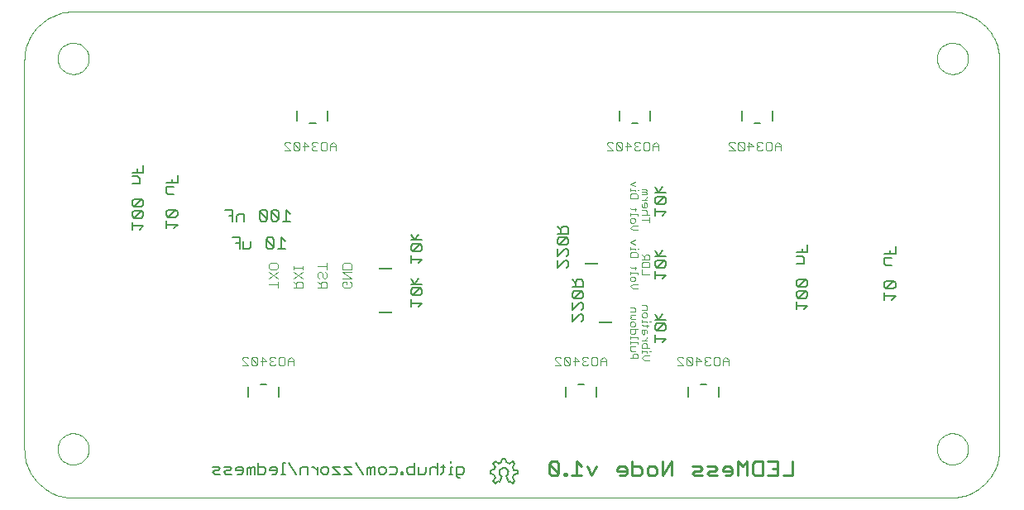
<source format=gbo>
G75*
%MOIN*%
%OFA0B0*%
%FSLAX24Y24*%
%IPPOS*%
%LPD*%
%AMOC8*
5,1,8,0,0,1.08239X$1,22.5*
%
%ADD10C,0.0000*%
%ADD11C,0.0030*%
%ADD12C,0.0090*%
%ADD13C,0.0050*%
%ADD14C,0.0040*%
%ADD15C,0.0060*%
%ADD16R,0.0551X0.0039*%
%ADD17R,0.0551X0.0079*%
%ADD18R,0.0039X0.0079*%
%ADD19C,0.0080*%
D10*
X002269Y000300D02*
X037623Y000300D01*
X037709Y000302D01*
X037795Y000307D01*
X037880Y000317D01*
X037965Y000330D01*
X038049Y000347D01*
X038133Y000367D01*
X038215Y000391D01*
X038296Y000419D01*
X038377Y000450D01*
X038455Y000484D01*
X038532Y000522D01*
X038608Y000564D01*
X038681Y000608D01*
X038752Y000656D01*
X038822Y000707D01*
X038889Y000761D01*
X038953Y000817D01*
X039015Y000877D01*
X039075Y000939D01*
X039131Y001003D01*
X039185Y001070D01*
X039236Y001140D01*
X039284Y001211D01*
X039328Y001284D01*
X039370Y001360D01*
X039408Y001437D01*
X039442Y001515D01*
X039473Y001596D01*
X039501Y001677D01*
X039525Y001759D01*
X039545Y001843D01*
X039562Y001927D01*
X039575Y002012D01*
X039585Y002097D01*
X039590Y002183D01*
X039592Y002269D01*
X039591Y002269D02*
X039591Y017938D01*
X037072Y018017D02*
X037074Y018067D01*
X037080Y018117D01*
X037090Y018166D01*
X037104Y018214D01*
X037121Y018261D01*
X037142Y018306D01*
X037167Y018350D01*
X037195Y018391D01*
X037227Y018430D01*
X037261Y018467D01*
X037298Y018501D01*
X037338Y018531D01*
X037380Y018558D01*
X037424Y018582D01*
X037470Y018603D01*
X037517Y018619D01*
X037565Y018632D01*
X037615Y018641D01*
X037664Y018646D01*
X037715Y018647D01*
X037765Y018644D01*
X037814Y018637D01*
X037863Y018626D01*
X037911Y018611D01*
X037957Y018593D01*
X038002Y018571D01*
X038045Y018545D01*
X038086Y018516D01*
X038125Y018484D01*
X038161Y018449D01*
X038193Y018411D01*
X038223Y018371D01*
X038250Y018328D01*
X038273Y018284D01*
X038292Y018238D01*
X038308Y018190D01*
X038320Y018141D01*
X038328Y018092D01*
X038332Y018042D01*
X038332Y017992D01*
X038328Y017942D01*
X038320Y017893D01*
X038308Y017844D01*
X038292Y017796D01*
X038273Y017750D01*
X038250Y017706D01*
X038223Y017663D01*
X038193Y017623D01*
X038161Y017585D01*
X038125Y017550D01*
X038086Y017518D01*
X038045Y017489D01*
X038002Y017463D01*
X037957Y017441D01*
X037911Y017423D01*
X037863Y017408D01*
X037814Y017397D01*
X037765Y017390D01*
X037715Y017387D01*
X037664Y017388D01*
X037615Y017393D01*
X037565Y017402D01*
X037517Y017415D01*
X037470Y017431D01*
X037424Y017452D01*
X037380Y017476D01*
X037338Y017503D01*
X037298Y017533D01*
X037261Y017567D01*
X037227Y017604D01*
X037195Y017643D01*
X037167Y017684D01*
X037142Y017728D01*
X037121Y017773D01*
X037104Y017820D01*
X037090Y017868D01*
X037080Y017917D01*
X037074Y017967D01*
X037072Y018017D01*
X037623Y019907D02*
X037709Y019905D01*
X037795Y019900D01*
X037880Y019890D01*
X037965Y019877D01*
X038049Y019860D01*
X038133Y019840D01*
X038215Y019816D01*
X038296Y019788D01*
X038377Y019757D01*
X038455Y019723D01*
X038532Y019685D01*
X038608Y019643D01*
X038681Y019599D01*
X038752Y019551D01*
X038822Y019500D01*
X038889Y019446D01*
X038953Y019390D01*
X039015Y019330D01*
X039075Y019268D01*
X039131Y019204D01*
X039185Y019137D01*
X039236Y019067D01*
X039284Y018996D01*
X039328Y018923D01*
X039370Y018847D01*
X039408Y018770D01*
X039442Y018692D01*
X039473Y018611D01*
X039501Y018530D01*
X039525Y018448D01*
X039545Y018364D01*
X039562Y018280D01*
X039575Y018195D01*
X039585Y018110D01*
X039590Y018024D01*
X039592Y017938D01*
X037623Y019906D02*
X002269Y019906D01*
X001639Y018017D02*
X001641Y018067D01*
X001647Y018117D01*
X001657Y018166D01*
X001671Y018214D01*
X001688Y018261D01*
X001709Y018306D01*
X001734Y018350D01*
X001762Y018391D01*
X001794Y018430D01*
X001828Y018467D01*
X001865Y018501D01*
X001905Y018531D01*
X001947Y018558D01*
X001991Y018582D01*
X002037Y018603D01*
X002084Y018619D01*
X002132Y018632D01*
X002182Y018641D01*
X002231Y018646D01*
X002282Y018647D01*
X002332Y018644D01*
X002381Y018637D01*
X002430Y018626D01*
X002478Y018611D01*
X002524Y018593D01*
X002569Y018571D01*
X002612Y018545D01*
X002653Y018516D01*
X002692Y018484D01*
X002728Y018449D01*
X002760Y018411D01*
X002790Y018371D01*
X002817Y018328D01*
X002840Y018284D01*
X002859Y018238D01*
X002875Y018190D01*
X002887Y018141D01*
X002895Y018092D01*
X002899Y018042D01*
X002899Y017992D01*
X002895Y017942D01*
X002887Y017893D01*
X002875Y017844D01*
X002859Y017796D01*
X002840Y017750D01*
X002817Y017706D01*
X002790Y017663D01*
X002760Y017623D01*
X002728Y017585D01*
X002692Y017550D01*
X002653Y017518D01*
X002612Y017489D01*
X002569Y017463D01*
X002524Y017441D01*
X002478Y017423D01*
X002430Y017408D01*
X002381Y017397D01*
X002332Y017390D01*
X002282Y017387D01*
X002231Y017388D01*
X002182Y017393D01*
X002132Y017402D01*
X002084Y017415D01*
X002037Y017431D01*
X001991Y017452D01*
X001947Y017476D01*
X001905Y017503D01*
X001865Y017533D01*
X001828Y017567D01*
X001794Y017604D01*
X001762Y017643D01*
X001734Y017684D01*
X001709Y017728D01*
X001688Y017773D01*
X001671Y017820D01*
X001657Y017868D01*
X001647Y017917D01*
X001641Y017967D01*
X001639Y018017D01*
X000300Y017938D02*
X000302Y018024D01*
X000307Y018110D01*
X000317Y018195D01*
X000330Y018280D01*
X000347Y018364D01*
X000367Y018448D01*
X000391Y018530D01*
X000419Y018611D01*
X000450Y018692D01*
X000484Y018770D01*
X000522Y018847D01*
X000564Y018923D01*
X000608Y018996D01*
X000656Y019067D01*
X000707Y019137D01*
X000761Y019204D01*
X000817Y019268D01*
X000877Y019330D01*
X000939Y019390D01*
X001003Y019446D01*
X001070Y019500D01*
X001140Y019551D01*
X001211Y019599D01*
X001285Y019643D01*
X001360Y019685D01*
X001437Y019723D01*
X001515Y019757D01*
X001596Y019788D01*
X001677Y019816D01*
X001759Y019840D01*
X001843Y019860D01*
X001927Y019877D01*
X002012Y019890D01*
X002097Y019900D01*
X002183Y019905D01*
X002269Y019907D01*
X000300Y017938D02*
X000300Y002269D01*
X001639Y002269D02*
X001641Y002319D01*
X001647Y002369D01*
X001657Y002418D01*
X001671Y002466D01*
X001688Y002513D01*
X001709Y002558D01*
X001734Y002602D01*
X001762Y002643D01*
X001794Y002682D01*
X001828Y002719D01*
X001865Y002753D01*
X001905Y002783D01*
X001947Y002810D01*
X001991Y002834D01*
X002037Y002855D01*
X002084Y002871D01*
X002132Y002884D01*
X002182Y002893D01*
X002231Y002898D01*
X002282Y002899D01*
X002332Y002896D01*
X002381Y002889D01*
X002430Y002878D01*
X002478Y002863D01*
X002524Y002845D01*
X002569Y002823D01*
X002612Y002797D01*
X002653Y002768D01*
X002692Y002736D01*
X002728Y002701D01*
X002760Y002663D01*
X002790Y002623D01*
X002817Y002580D01*
X002840Y002536D01*
X002859Y002490D01*
X002875Y002442D01*
X002887Y002393D01*
X002895Y002344D01*
X002899Y002294D01*
X002899Y002244D01*
X002895Y002194D01*
X002887Y002145D01*
X002875Y002096D01*
X002859Y002048D01*
X002840Y002002D01*
X002817Y001958D01*
X002790Y001915D01*
X002760Y001875D01*
X002728Y001837D01*
X002692Y001802D01*
X002653Y001770D01*
X002612Y001741D01*
X002569Y001715D01*
X002524Y001693D01*
X002478Y001675D01*
X002430Y001660D01*
X002381Y001649D01*
X002332Y001642D01*
X002282Y001639D01*
X002231Y001640D01*
X002182Y001645D01*
X002132Y001654D01*
X002084Y001667D01*
X002037Y001683D01*
X001991Y001704D01*
X001947Y001728D01*
X001905Y001755D01*
X001865Y001785D01*
X001828Y001819D01*
X001794Y001856D01*
X001762Y001895D01*
X001734Y001936D01*
X001709Y001980D01*
X001688Y002025D01*
X001671Y002072D01*
X001657Y002120D01*
X001647Y002169D01*
X001641Y002219D01*
X001639Y002269D01*
X000300Y002269D02*
X000302Y002183D01*
X000307Y002097D01*
X000317Y002012D01*
X000330Y001927D01*
X000347Y001843D01*
X000367Y001759D01*
X000391Y001677D01*
X000419Y001596D01*
X000450Y001515D01*
X000484Y001437D01*
X000522Y001360D01*
X000564Y001285D01*
X000608Y001211D01*
X000656Y001140D01*
X000707Y001070D01*
X000761Y001003D01*
X000817Y000939D01*
X000877Y000877D01*
X000939Y000817D01*
X001003Y000761D01*
X001070Y000707D01*
X001140Y000656D01*
X001211Y000608D01*
X001284Y000564D01*
X001360Y000522D01*
X001437Y000484D01*
X001515Y000450D01*
X001596Y000419D01*
X001677Y000391D01*
X001759Y000367D01*
X001843Y000347D01*
X001927Y000330D01*
X002012Y000317D01*
X002097Y000307D01*
X002183Y000302D01*
X002269Y000300D01*
X037072Y002269D02*
X037074Y002319D01*
X037080Y002369D01*
X037090Y002418D01*
X037104Y002466D01*
X037121Y002513D01*
X037142Y002558D01*
X037167Y002602D01*
X037195Y002643D01*
X037227Y002682D01*
X037261Y002719D01*
X037298Y002753D01*
X037338Y002783D01*
X037380Y002810D01*
X037424Y002834D01*
X037470Y002855D01*
X037517Y002871D01*
X037565Y002884D01*
X037615Y002893D01*
X037664Y002898D01*
X037715Y002899D01*
X037765Y002896D01*
X037814Y002889D01*
X037863Y002878D01*
X037911Y002863D01*
X037957Y002845D01*
X038002Y002823D01*
X038045Y002797D01*
X038086Y002768D01*
X038125Y002736D01*
X038161Y002701D01*
X038193Y002663D01*
X038223Y002623D01*
X038250Y002580D01*
X038273Y002536D01*
X038292Y002490D01*
X038308Y002442D01*
X038320Y002393D01*
X038328Y002344D01*
X038332Y002294D01*
X038332Y002244D01*
X038328Y002194D01*
X038320Y002145D01*
X038308Y002096D01*
X038292Y002048D01*
X038273Y002002D01*
X038250Y001958D01*
X038223Y001915D01*
X038193Y001875D01*
X038161Y001837D01*
X038125Y001802D01*
X038086Y001770D01*
X038045Y001741D01*
X038002Y001715D01*
X037957Y001693D01*
X037911Y001675D01*
X037863Y001660D01*
X037814Y001649D01*
X037765Y001642D01*
X037715Y001639D01*
X037664Y001640D01*
X037615Y001645D01*
X037565Y001654D01*
X037517Y001667D01*
X037470Y001683D01*
X037424Y001704D01*
X037380Y001728D01*
X037338Y001755D01*
X037298Y001785D01*
X037261Y001819D01*
X037227Y001856D01*
X037195Y001895D01*
X037167Y001936D01*
X037142Y001980D01*
X037121Y002025D01*
X037104Y002072D01*
X037090Y002120D01*
X037080Y002169D01*
X037074Y002219D01*
X037072Y002269D01*
D11*
X025488Y005854D02*
X025295Y005854D01*
X025198Y005951D01*
X025295Y006047D01*
X025488Y006047D01*
X025392Y006149D02*
X025392Y006197D01*
X025198Y006197D01*
X025198Y006149D02*
X025198Y006245D01*
X025198Y006345D02*
X025198Y006490D01*
X025247Y006538D01*
X025343Y006538D01*
X025392Y006490D01*
X025392Y006345D01*
X025488Y006345D02*
X025198Y006345D01*
X025008Y006517D02*
X025008Y006565D01*
X024718Y006565D01*
X024718Y006517D02*
X024718Y006614D01*
X024718Y006713D02*
X024718Y006810D01*
X024718Y006762D02*
X025008Y006762D01*
X025008Y006713D01*
X025198Y006640D02*
X025392Y006640D01*
X025392Y006736D02*
X025295Y006640D01*
X025392Y006736D02*
X025392Y006785D01*
X025392Y006934D02*
X025392Y007030D01*
X025343Y007079D01*
X025198Y007079D01*
X025198Y006934D01*
X025247Y006885D01*
X025295Y006934D01*
X025295Y007079D01*
X025392Y007180D02*
X025392Y007277D01*
X025440Y007228D02*
X025247Y007228D01*
X025198Y007277D01*
X025198Y007376D02*
X025198Y007473D01*
X025198Y007425D02*
X025392Y007425D01*
X025392Y007376D01*
X025488Y007425D02*
X025537Y007425D01*
X025343Y007573D02*
X025247Y007573D01*
X025198Y007621D01*
X025198Y007718D01*
X025247Y007766D01*
X025343Y007766D01*
X025392Y007718D01*
X025392Y007621D01*
X025343Y007573D01*
X025392Y007867D02*
X025392Y008012D01*
X025343Y008061D01*
X025198Y008061D01*
X025198Y007867D02*
X025392Y007867D01*
X024912Y007939D02*
X024863Y007987D01*
X024718Y007987D01*
X024718Y007794D02*
X024912Y007794D01*
X024912Y007939D01*
X024912Y007692D02*
X024767Y007692D01*
X024718Y007644D01*
X024767Y007596D01*
X024718Y007547D01*
X024767Y007499D01*
X024912Y007499D01*
X024863Y007398D02*
X024912Y007349D01*
X024912Y007253D01*
X024863Y007204D01*
X024767Y007204D01*
X024718Y007253D01*
X024718Y007349D01*
X024767Y007398D01*
X024863Y007398D01*
X024912Y007103D02*
X024912Y006958D01*
X024863Y006910D01*
X024767Y006910D01*
X024718Y006958D01*
X024718Y007103D01*
X025008Y007103D01*
X024912Y006416D02*
X024718Y006416D01*
X024718Y006271D01*
X024767Y006222D01*
X024912Y006222D01*
X024960Y006121D02*
X024863Y006121D01*
X024815Y006073D01*
X024815Y005928D01*
X024718Y005928D02*
X025008Y005928D01*
X025008Y006073D01*
X024960Y006121D01*
X025488Y006197D02*
X025537Y006197D01*
X025008Y008733D02*
X024815Y008733D01*
X024718Y008829D01*
X024815Y008926D01*
X025008Y008926D01*
X024863Y009027D02*
X024767Y009027D01*
X024718Y009076D01*
X024718Y009172D01*
X024767Y009221D01*
X024863Y009221D01*
X024912Y009172D01*
X024912Y009076D01*
X024863Y009027D01*
X024718Y009322D02*
X024718Y009419D01*
X024718Y009370D02*
X025008Y009370D01*
X025008Y009322D01*
X025198Y009322D02*
X025198Y009515D01*
X025198Y009616D02*
X025198Y009762D01*
X025247Y009810D01*
X025440Y009810D01*
X025488Y009762D01*
X025488Y009616D01*
X025198Y009616D01*
X024960Y009567D02*
X024767Y009567D01*
X024718Y009615D01*
X024912Y009615D02*
X024912Y009518D01*
X025198Y009322D02*
X025488Y009322D01*
X025488Y009911D02*
X025488Y010056D01*
X025440Y010105D01*
X025343Y010105D01*
X025295Y010056D01*
X025295Y009911D01*
X025198Y009911D02*
X025488Y009911D01*
X025295Y010008D02*
X025198Y010105D01*
X025008Y010154D02*
X025008Y010009D01*
X024718Y010009D01*
X024718Y010154D01*
X024767Y010203D01*
X024960Y010203D01*
X025008Y010154D01*
X024912Y010304D02*
X024912Y010352D01*
X024718Y010352D01*
X024718Y010304D02*
X024718Y010401D01*
X024718Y010597D02*
X024912Y010694D01*
X024912Y010500D02*
X024718Y010597D01*
X025008Y010352D02*
X025057Y010352D01*
X025008Y011095D02*
X024815Y011095D01*
X024718Y011191D01*
X024815Y011288D01*
X025008Y011288D01*
X024863Y011389D02*
X024767Y011389D01*
X024718Y011438D01*
X024718Y011535D01*
X024767Y011583D01*
X024863Y011583D01*
X024912Y011535D01*
X024912Y011438D01*
X024863Y011389D01*
X024718Y011684D02*
X024718Y011781D01*
X024718Y011732D02*
X025008Y011732D01*
X025008Y011684D01*
X025198Y011709D02*
X025488Y011709D01*
X025488Y011607D02*
X025488Y011414D01*
X025488Y011511D02*
X025198Y011511D01*
X025343Y011709D02*
X025392Y011757D01*
X025392Y011854D01*
X025343Y011902D01*
X025198Y011902D01*
X025247Y012003D02*
X025343Y012003D01*
X025392Y012052D01*
X025392Y012148D01*
X025343Y012197D01*
X025295Y012197D01*
X025295Y012003D01*
X025247Y012003D02*
X025198Y012052D01*
X025198Y012148D01*
X025198Y012298D02*
X025392Y012298D01*
X025295Y012298D02*
X025392Y012395D01*
X025392Y012443D01*
X025392Y012543D02*
X025392Y012592D01*
X025343Y012640D01*
X025392Y012689D01*
X025343Y012737D01*
X025198Y012737D01*
X025198Y012640D02*
X025343Y012640D01*
X025392Y012543D02*
X025198Y012543D01*
X025008Y012517D02*
X025008Y012372D01*
X024718Y012372D01*
X024718Y012517D01*
X024767Y012565D01*
X024960Y012565D01*
X025008Y012517D01*
X024912Y012666D02*
X024912Y012715D01*
X024718Y012715D01*
X024718Y012763D02*
X024718Y012666D01*
X024912Y012863D02*
X024718Y012959D01*
X024912Y013056D01*
X025008Y012715D02*
X025057Y012715D01*
X024912Y011977D02*
X024912Y011880D01*
X024960Y011929D02*
X024767Y011929D01*
X024718Y011977D01*
D12*
X024795Y001767D02*
X024795Y001196D01*
X025081Y001196D01*
X025176Y001291D01*
X025176Y001481D01*
X025081Y001576D01*
X024795Y001576D01*
X024568Y001481D02*
X024568Y001291D01*
X024473Y001196D01*
X024283Y001196D01*
X024188Y001386D02*
X024568Y001386D01*
X024568Y001481D02*
X024473Y001576D01*
X024283Y001576D01*
X024188Y001481D01*
X024188Y001386D01*
X023353Y001576D02*
X023162Y001196D01*
X022972Y001576D01*
X022745Y001576D02*
X022555Y001767D01*
X022555Y001196D01*
X022745Y001196D02*
X022365Y001196D01*
X022137Y001196D02*
X022042Y001196D01*
X022042Y001291D01*
X022137Y001291D01*
X022137Y001196D01*
X021833Y001291D02*
X021453Y001672D01*
X021453Y001291D01*
X021548Y001196D01*
X021738Y001196D01*
X021833Y001291D01*
X021833Y001672D01*
X021738Y001767D01*
X021548Y001767D01*
X021453Y001672D01*
X025403Y001481D02*
X025403Y001291D01*
X025498Y001196D01*
X025688Y001196D01*
X025783Y001291D01*
X025783Y001481D01*
X025688Y001576D01*
X025498Y001576D01*
X025403Y001481D01*
X026011Y001196D02*
X026011Y001767D01*
X026391Y001767D02*
X026011Y001196D01*
X026391Y001196D02*
X026391Y001767D01*
X027226Y001576D02*
X027512Y001576D01*
X027607Y001481D01*
X027512Y001386D01*
X027321Y001386D01*
X027226Y001291D01*
X027321Y001196D01*
X027607Y001196D01*
X027834Y001291D02*
X027929Y001196D01*
X028214Y001196D01*
X028119Y001386D02*
X027929Y001386D01*
X027834Y001291D01*
X027834Y001576D02*
X028119Y001576D01*
X028214Y001481D01*
X028119Y001386D01*
X028442Y001386D02*
X028442Y001481D01*
X028537Y001576D01*
X028727Y001576D01*
X028822Y001481D01*
X028822Y001291D01*
X028727Y001196D01*
X028537Y001196D01*
X028442Y001386D02*
X028822Y001386D01*
X029049Y001196D02*
X029049Y001767D01*
X029240Y001576D01*
X029430Y001767D01*
X029430Y001196D01*
X029657Y001291D02*
X029657Y001672D01*
X029752Y001767D01*
X030037Y001767D01*
X030037Y001196D01*
X029752Y001196D01*
X029657Y001291D01*
X030265Y001196D02*
X030645Y001196D01*
X030645Y001767D01*
X030265Y001767D01*
X030455Y001481D02*
X030645Y001481D01*
X030873Y001196D02*
X031253Y001196D01*
X031253Y001767D01*
D13*
X026153Y006721D02*
X026003Y006571D01*
X026153Y006721D02*
X025703Y006721D01*
X025703Y006571D02*
X025703Y006871D01*
X025778Y007031D02*
X026078Y007332D01*
X025778Y007332D01*
X025703Y007257D01*
X025703Y007107D01*
X025778Y007031D01*
X026078Y007031D01*
X026153Y007107D01*
X026153Y007257D01*
X026078Y007332D01*
X026153Y007492D02*
X025703Y007492D01*
X025853Y007492D02*
X026003Y007717D01*
X025853Y007492D02*
X025703Y007717D01*
X025703Y009130D02*
X025703Y009430D01*
X025703Y009280D02*
X026153Y009280D01*
X026003Y009130D01*
X026078Y009591D02*
X025778Y009591D01*
X026078Y009891D01*
X025778Y009891D01*
X025703Y009816D01*
X025703Y009666D01*
X025778Y009591D01*
X026078Y009591D02*
X026153Y009666D01*
X026153Y009816D01*
X026078Y009891D01*
X026153Y010051D02*
X025703Y010051D01*
X025853Y010051D02*
X026003Y010276D01*
X025853Y010051D02*
X025703Y010276D01*
X025703Y011689D02*
X025703Y011989D01*
X025703Y011839D02*
X026153Y011839D01*
X026003Y011689D01*
X026078Y012150D02*
X025778Y012150D01*
X026078Y012450D01*
X025778Y012450D01*
X025703Y012375D01*
X025703Y012225D01*
X025778Y012150D01*
X026078Y012150D02*
X026153Y012225D01*
X026153Y012375D01*
X026078Y012450D01*
X026153Y012610D02*
X025703Y012610D01*
X025853Y012610D02*
X026003Y012835D01*
X025853Y012610D02*
X025703Y012835D01*
X022232Y011183D02*
X022232Y010958D01*
X021782Y010958D01*
X021932Y010958D02*
X021932Y011183D01*
X022007Y011258D01*
X022157Y011258D01*
X022232Y011183D01*
X021932Y011108D02*
X021782Y011258D01*
X021857Y010798D02*
X021782Y010723D01*
X021782Y010573D01*
X021857Y010498D01*
X022157Y010798D01*
X021857Y010798D01*
X022157Y010798D02*
X022232Y010723D01*
X022232Y010573D01*
X022157Y010498D01*
X021857Y010498D01*
X021782Y010338D02*
X021782Y010037D01*
X022082Y010338D01*
X022157Y010338D01*
X022232Y010263D01*
X022232Y010112D01*
X022157Y010037D01*
X022157Y009877D02*
X022232Y009802D01*
X022232Y009652D01*
X022157Y009577D01*
X022157Y009877D02*
X022082Y009877D01*
X021782Y009577D01*
X021782Y009877D01*
X022372Y009093D02*
X022522Y008943D01*
X022522Y009018D02*
X022522Y008793D01*
X022372Y008793D02*
X022823Y008793D01*
X022823Y009018D01*
X022748Y009093D01*
X022597Y009093D01*
X022522Y009018D01*
X022447Y008633D02*
X022372Y008558D01*
X022372Y008407D01*
X022447Y008332D01*
X022748Y008633D01*
X022447Y008633D01*
X022748Y008633D02*
X022823Y008558D01*
X022823Y008407D01*
X022748Y008332D01*
X022447Y008332D01*
X022372Y008172D02*
X022372Y007872D01*
X022673Y008172D01*
X022748Y008172D01*
X022823Y008097D01*
X022823Y007947D01*
X022748Y007872D01*
X022748Y007712D02*
X022823Y007637D01*
X022823Y007487D01*
X022748Y007412D01*
X022673Y007712D02*
X022372Y007412D01*
X022372Y007712D01*
X022673Y007712D02*
X022748Y007712D01*
X016327Y008152D02*
X016176Y008002D01*
X016327Y008152D02*
X015876Y008152D01*
X015876Y008002D02*
X015876Y008302D01*
X015951Y008463D02*
X016252Y008763D01*
X015951Y008763D01*
X015876Y008688D01*
X015876Y008538D01*
X015951Y008463D01*
X016252Y008463D01*
X016327Y008538D01*
X016327Y008688D01*
X016252Y008763D01*
X016327Y008923D02*
X015876Y008923D01*
X016026Y008923D02*
X016176Y009148D01*
X016026Y008923D02*
X015876Y009148D01*
X015876Y009774D02*
X015876Y010074D01*
X015876Y009924D02*
X016327Y009924D01*
X016176Y009774D01*
X016252Y010234D02*
X015951Y010234D01*
X016252Y010534D01*
X015951Y010534D01*
X015876Y010459D01*
X015876Y010309D01*
X015951Y010234D01*
X016252Y010234D02*
X016327Y010309D01*
X016327Y010459D01*
X016252Y010534D01*
X016327Y010695D02*
X015876Y010695D01*
X016026Y010695D02*
X015876Y010920D01*
X016026Y010695D02*
X016176Y010920D01*
X011002Y011455D02*
X010702Y011455D01*
X010852Y011455D02*
X010852Y011905D01*
X011002Y011755D01*
X010542Y011830D02*
X010542Y011530D01*
X010241Y011830D01*
X010241Y011530D01*
X010316Y011455D01*
X010466Y011455D01*
X010542Y011530D01*
X010081Y011530D02*
X009781Y011830D01*
X009781Y011530D01*
X009856Y011455D01*
X010006Y011455D01*
X010081Y011530D01*
X010081Y011830D01*
X010006Y011905D01*
X009856Y011905D01*
X009781Y011830D01*
X010241Y011830D02*
X010316Y011905D01*
X010466Y011905D01*
X010542Y011830D01*
X009160Y011755D02*
X009160Y011455D01*
X008860Y011455D02*
X008860Y011680D01*
X008935Y011755D01*
X009160Y011755D01*
X008700Y011680D02*
X008550Y011680D01*
X008700Y011455D02*
X008700Y011905D01*
X008400Y011905D01*
X008673Y010799D02*
X008973Y010799D01*
X008973Y010349D01*
X009133Y010349D02*
X009133Y010649D01*
X008973Y010574D02*
X008823Y010574D01*
X009133Y010349D02*
X009358Y010349D01*
X009433Y010424D01*
X009433Y010649D01*
X010054Y010724D02*
X010354Y010424D01*
X010279Y010349D01*
X010129Y010349D01*
X010054Y010424D01*
X010054Y010724D01*
X010129Y010799D01*
X010279Y010799D01*
X010354Y010724D01*
X010354Y010424D01*
X010514Y010349D02*
X010814Y010349D01*
X010664Y010349D02*
X010664Y010799D01*
X010814Y010649D01*
X006468Y011314D02*
X006018Y011314D01*
X006018Y011164D02*
X006018Y011464D01*
X006093Y011624D02*
X006393Y011924D01*
X006093Y011924D01*
X006018Y011849D01*
X006018Y011699D01*
X006093Y011624D01*
X006393Y011624D01*
X006468Y011699D01*
X006468Y011849D01*
X006393Y011924D01*
X006468Y011314D02*
X006318Y011164D01*
X005090Y011274D02*
X004940Y011124D01*
X005090Y011274D02*
X004640Y011274D01*
X004640Y011124D02*
X004640Y011424D01*
X004715Y011585D02*
X005015Y011885D01*
X004715Y011885D01*
X004640Y011810D01*
X004640Y011660D01*
X004715Y011585D01*
X005015Y011585D01*
X005090Y011660D01*
X005090Y011810D01*
X005015Y011885D01*
X005015Y012045D02*
X004715Y012045D01*
X005015Y012345D01*
X004715Y012345D01*
X004640Y012270D01*
X004640Y012120D01*
X004715Y012045D01*
X005015Y012045D02*
X005090Y012120D01*
X005090Y012270D01*
X005015Y012345D01*
X004940Y012966D02*
X004640Y012966D01*
X004940Y012966D02*
X004940Y013191D01*
X004865Y013266D01*
X004640Y013266D01*
X004640Y013426D02*
X005090Y013426D01*
X005090Y013726D01*
X004865Y013576D02*
X004865Y013426D01*
X006018Y013005D02*
X006468Y013005D01*
X006468Y013305D01*
X006243Y013155D02*
X006243Y013005D01*
X006318Y012845D02*
X006018Y012845D01*
X006018Y012620D01*
X006093Y012545D01*
X006318Y012545D01*
X009734Y001706D02*
X009734Y001256D01*
X009959Y001256D01*
X010034Y001331D01*
X010034Y001481D01*
X009959Y001556D01*
X009734Y001556D01*
X009574Y001556D02*
X009574Y001256D01*
X009424Y001256D02*
X009424Y001481D01*
X009349Y001556D01*
X009274Y001481D01*
X009274Y001256D01*
X009114Y001331D02*
X009114Y001481D01*
X009039Y001556D01*
X008888Y001556D01*
X008813Y001481D01*
X008813Y001406D01*
X009114Y001406D01*
X009114Y001331D02*
X009039Y001256D01*
X008888Y001256D01*
X008653Y001256D02*
X008428Y001256D01*
X008353Y001331D01*
X008428Y001406D01*
X008578Y001406D01*
X008653Y001481D01*
X008578Y001556D01*
X008353Y001556D01*
X008193Y001481D02*
X008118Y001556D01*
X007893Y001556D01*
X007968Y001406D02*
X008118Y001406D01*
X008193Y001481D01*
X008193Y001256D02*
X007968Y001256D01*
X007893Y001331D01*
X007968Y001406D01*
X009424Y001481D02*
X009499Y001556D01*
X009574Y001556D01*
X010194Y001481D02*
X010194Y001406D01*
X010495Y001406D01*
X010495Y001331D02*
X010495Y001481D01*
X010420Y001556D01*
X010270Y001556D01*
X010194Y001481D01*
X010270Y001256D02*
X010420Y001256D01*
X010495Y001331D01*
X010652Y001256D02*
X010802Y001256D01*
X010727Y001256D02*
X010727Y001706D01*
X010802Y001706D01*
X010962Y001706D02*
X011262Y001256D01*
X011422Y001256D02*
X011422Y001481D01*
X011497Y001556D01*
X011722Y001556D01*
X011722Y001256D01*
X011881Y001556D02*
X011956Y001556D01*
X012106Y001406D01*
X012106Y001256D02*
X012106Y001556D01*
X012266Y001481D02*
X012341Y001556D01*
X012491Y001556D01*
X012567Y001481D01*
X012567Y001331D01*
X012491Y001256D01*
X012341Y001256D01*
X012266Y001331D01*
X012266Y001481D01*
X012727Y001556D02*
X013027Y001256D01*
X012727Y001256D01*
X012727Y001556D02*
X013027Y001556D01*
X013187Y001556D02*
X013487Y001256D01*
X013187Y001256D01*
X013187Y001556D02*
X013487Y001556D01*
X013647Y001706D02*
X013948Y001256D01*
X014108Y001256D02*
X014108Y001481D01*
X014183Y001556D01*
X014258Y001481D01*
X014258Y001256D01*
X014408Y001256D02*
X014408Y001556D01*
X014333Y001556D01*
X014258Y001481D01*
X014568Y001481D02*
X014568Y001331D01*
X014643Y001256D01*
X014793Y001256D01*
X014868Y001331D01*
X014868Y001481D01*
X014793Y001556D01*
X014643Y001556D01*
X014568Y001481D01*
X015029Y001556D02*
X015254Y001556D01*
X015329Y001481D01*
X015329Y001331D01*
X015254Y001256D01*
X015029Y001256D01*
X015484Y001256D02*
X015559Y001256D01*
X015559Y001331D01*
X015484Y001331D01*
X015484Y001256D01*
X015719Y001331D02*
X015719Y001481D01*
X015794Y001556D01*
X016019Y001556D01*
X016019Y001706D02*
X016019Y001256D01*
X015794Y001256D01*
X015719Y001331D01*
X016180Y001256D02*
X016180Y001556D01*
X016480Y001556D02*
X016480Y001331D01*
X016405Y001256D01*
X016180Y001256D01*
X016640Y001256D02*
X016640Y001481D01*
X016715Y001556D01*
X016865Y001556D01*
X016940Y001481D01*
X017097Y001556D02*
X017247Y001556D01*
X017172Y001631D02*
X017172Y001331D01*
X017097Y001256D01*
X016940Y001256D02*
X016940Y001706D01*
X017479Y001706D02*
X017479Y001782D01*
X017479Y001556D02*
X017479Y001256D01*
X017554Y001256D02*
X017404Y001256D01*
X017479Y001556D02*
X017554Y001556D01*
X017714Y001556D02*
X017939Y001556D01*
X018014Y001481D01*
X018014Y001331D01*
X017939Y001256D01*
X017714Y001256D01*
X017714Y001181D02*
X017714Y001556D01*
X017714Y001181D02*
X017789Y001106D01*
X017864Y001106D01*
X031412Y007896D02*
X031412Y008196D01*
X031412Y008046D02*
X031862Y008046D01*
X031712Y007896D01*
X031787Y008356D02*
X031487Y008356D01*
X031787Y008657D01*
X031487Y008657D01*
X031412Y008581D01*
X031412Y008431D01*
X031487Y008356D01*
X031787Y008356D02*
X031862Y008431D01*
X031862Y008581D01*
X031787Y008657D01*
X031787Y008817D02*
X031487Y008817D01*
X031787Y009117D01*
X031487Y009117D01*
X031412Y009042D01*
X031412Y008892D01*
X031487Y008817D01*
X031787Y008817D02*
X031862Y008892D01*
X031862Y009042D01*
X031787Y009117D01*
X031712Y009737D02*
X031412Y009737D01*
X031712Y009737D02*
X031712Y009963D01*
X031637Y010038D01*
X031412Y010038D01*
X031412Y010198D02*
X031862Y010198D01*
X031862Y010498D01*
X031637Y010348D02*
X031637Y010198D01*
X034955Y010131D02*
X035405Y010131D01*
X035405Y010431D01*
X035180Y010281D02*
X035180Y010131D01*
X035255Y009971D02*
X034955Y009971D01*
X034955Y009746D01*
X035030Y009671D01*
X035255Y009671D01*
X035330Y009050D02*
X035030Y009050D01*
X034955Y008975D01*
X034955Y008825D01*
X035030Y008750D01*
X035330Y009050D01*
X035405Y008975D01*
X035405Y008825D01*
X035330Y008750D01*
X035030Y008750D01*
X034955Y008590D02*
X034955Y008290D01*
X034955Y008440D02*
X035405Y008440D01*
X035255Y008290D01*
D14*
X028684Y005872D02*
X028684Y005632D01*
X028684Y005812D02*
X028443Y005812D01*
X028443Y005872D02*
X028443Y005632D01*
X028315Y005692D02*
X028255Y005632D01*
X028135Y005632D01*
X028075Y005692D01*
X028075Y005932D01*
X028135Y005992D01*
X028255Y005992D01*
X028315Y005932D01*
X028315Y005692D01*
X028443Y005872D02*
X028563Y005992D01*
X028684Y005872D01*
X027947Y005932D02*
X027887Y005992D01*
X027767Y005992D01*
X027707Y005932D01*
X027707Y005872D01*
X027767Y005812D01*
X027707Y005752D01*
X027707Y005692D01*
X027767Y005632D01*
X027887Y005632D01*
X027947Y005692D01*
X027827Y005812D02*
X027767Y005812D01*
X027579Y005812D02*
X027398Y005992D01*
X027398Y005632D01*
X027338Y005812D02*
X027579Y005812D01*
X027210Y005692D02*
X027210Y005932D01*
X027150Y005992D01*
X027030Y005992D01*
X026970Y005932D01*
X027210Y005692D01*
X027150Y005632D01*
X027030Y005632D01*
X026970Y005692D01*
X026970Y005932D01*
X026842Y005932D02*
X026782Y005992D01*
X026662Y005992D01*
X026602Y005932D01*
X026602Y005872D01*
X026842Y005632D01*
X026602Y005632D01*
X023762Y005632D02*
X023762Y005872D01*
X023642Y005992D01*
X023522Y005872D01*
X023522Y005632D01*
X023394Y005692D02*
X023334Y005632D01*
X023214Y005632D01*
X023154Y005692D01*
X023154Y005932D01*
X023214Y005992D01*
X023334Y005992D01*
X023394Y005932D01*
X023394Y005692D01*
X023522Y005812D02*
X023762Y005812D01*
X023026Y005932D02*
X022966Y005992D01*
X022846Y005992D01*
X022785Y005932D01*
X022785Y005872D01*
X022846Y005812D01*
X022785Y005752D01*
X022785Y005692D01*
X022846Y005632D01*
X022966Y005632D01*
X023026Y005692D01*
X022906Y005812D02*
X022846Y005812D01*
X022657Y005812D02*
X022477Y005992D01*
X022477Y005632D01*
X022417Y005812D02*
X022657Y005812D01*
X022289Y005932D02*
X022229Y005992D01*
X022109Y005992D01*
X022049Y005932D01*
X022289Y005692D01*
X022229Y005632D01*
X022109Y005632D01*
X022049Y005692D01*
X022049Y005932D01*
X021921Y005932D02*
X021861Y005992D01*
X021741Y005992D01*
X021681Y005932D01*
X021681Y005872D01*
X021921Y005632D01*
X021681Y005632D01*
X022289Y005692D02*
X022289Y005932D01*
X013476Y008845D02*
X013416Y008785D01*
X013175Y008785D01*
X013115Y008845D01*
X013115Y008965D01*
X013175Y009025D01*
X013295Y009025D01*
X013295Y008905D01*
X013416Y009025D02*
X013476Y008965D01*
X013476Y008845D01*
X013476Y009153D02*
X013115Y009153D01*
X013115Y009393D02*
X013476Y009393D01*
X013476Y009521D02*
X013476Y009701D01*
X013416Y009761D01*
X013175Y009761D01*
X013115Y009701D01*
X013115Y009521D01*
X013476Y009521D01*
X013476Y009153D02*
X013115Y009393D01*
X012491Y009333D02*
X012491Y009213D01*
X012431Y009153D01*
X012371Y009153D01*
X012311Y009213D01*
X012311Y009333D01*
X012251Y009393D01*
X012191Y009393D01*
X012131Y009333D01*
X012131Y009213D01*
X012191Y009153D01*
X012131Y009025D02*
X012251Y008905D01*
X012251Y008965D02*
X012251Y008785D01*
X012131Y008785D02*
X012491Y008785D01*
X012491Y008965D01*
X012431Y009025D01*
X012311Y009025D01*
X012251Y008965D01*
X012491Y009333D02*
X012431Y009393D01*
X012491Y009521D02*
X012491Y009761D01*
X012491Y009641D02*
X012131Y009641D01*
X011507Y009641D02*
X011507Y009521D01*
X011507Y009581D02*
X011147Y009581D01*
X011147Y009521D02*
X011147Y009641D01*
X011147Y009393D02*
X011507Y009153D01*
X011447Y009025D02*
X011327Y009025D01*
X011267Y008965D01*
X011267Y008785D01*
X011267Y008905D02*
X011147Y009025D01*
X011147Y009153D02*
X011507Y009393D01*
X011447Y009025D02*
X011507Y008965D01*
X011507Y008785D01*
X011147Y008785D01*
X010523Y008785D02*
X010523Y009025D01*
X010523Y008905D02*
X010163Y008905D01*
X010163Y009153D02*
X010523Y009393D01*
X010463Y009521D02*
X010223Y009521D01*
X010163Y009581D01*
X010163Y009701D01*
X010223Y009761D01*
X010463Y009761D01*
X010523Y009701D01*
X010523Y009581D01*
X010463Y009521D01*
X010163Y009393D02*
X010523Y009153D01*
X010615Y005992D02*
X010555Y005932D01*
X010555Y005692D01*
X010615Y005632D01*
X010736Y005632D01*
X010796Y005692D01*
X010796Y005932D01*
X010736Y005992D01*
X010615Y005992D01*
X010427Y005932D02*
X010367Y005992D01*
X010247Y005992D01*
X010187Y005932D01*
X010187Y005872D01*
X010247Y005812D01*
X010187Y005752D01*
X010187Y005692D01*
X010247Y005632D01*
X010367Y005632D01*
X010427Y005692D01*
X010307Y005812D02*
X010247Y005812D01*
X010059Y005812D02*
X009819Y005812D01*
X009691Y005692D02*
X009691Y005932D01*
X009631Y005992D01*
X009510Y005992D01*
X009450Y005932D01*
X009691Y005692D01*
X009631Y005632D01*
X009510Y005632D01*
X009450Y005692D01*
X009450Y005932D01*
X009322Y005932D02*
X009262Y005992D01*
X009142Y005992D01*
X009082Y005932D01*
X009082Y005872D01*
X009322Y005632D01*
X009082Y005632D01*
X009879Y005632D02*
X009879Y005992D01*
X010059Y005812D01*
X010924Y005812D02*
X011164Y005812D01*
X011164Y005872D02*
X011044Y005992D01*
X010924Y005872D01*
X010924Y005632D01*
X011164Y005632D02*
X011164Y005872D01*
X011212Y014293D02*
X011152Y014353D01*
X011152Y014593D01*
X011393Y014353D01*
X011333Y014293D01*
X011212Y014293D01*
X011024Y014293D02*
X010784Y014533D01*
X010784Y014593D01*
X010844Y014654D01*
X010964Y014654D01*
X011024Y014593D01*
X011152Y014593D02*
X011212Y014654D01*
X011333Y014654D01*
X011393Y014593D01*
X011393Y014353D01*
X011521Y014473D02*
X011761Y014473D01*
X011581Y014654D01*
X011581Y014293D01*
X011889Y014353D02*
X011889Y014413D01*
X011949Y014473D01*
X012009Y014473D01*
X011949Y014473D02*
X011889Y014533D01*
X011889Y014593D01*
X011949Y014654D01*
X012069Y014654D01*
X012129Y014593D01*
X012257Y014593D02*
X012317Y014654D01*
X012437Y014654D01*
X012498Y014593D01*
X012498Y014353D01*
X012437Y014293D01*
X012317Y014293D01*
X012257Y014353D01*
X012257Y014593D01*
X012129Y014353D02*
X012069Y014293D01*
X011949Y014293D01*
X011889Y014353D01*
X012626Y014293D02*
X012626Y014533D01*
X012746Y014654D01*
X012866Y014533D01*
X012866Y014293D01*
X012866Y014473D02*
X012626Y014473D01*
X011024Y014293D02*
X010784Y014293D01*
X023776Y014293D02*
X024016Y014293D01*
X023776Y014533D01*
X023776Y014593D01*
X023836Y014654D01*
X023956Y014654D01*
X024016Y014593D01*
X024144Y014593D02*
X024385Y014353D01*
X024325Y014293D01*
X024205Y014293D01*
X024144Y014353D01*
X024144Y014593D01*
X024205Y014654D01*
X024325Y014654D01*
X024385Y014593D01*
X024385Y014353D01*
X024513Y014473D02*
X024753Y014473D01*
X024573Y014654D01*
X024573Y014293D01*
X024881Y014353D02*
X024881Y014413D01*
X024941Y014473D01*
X025001Y014473D01*
X024941Y014473D02*
X024881Y014533D01*
X024881Y014593D01*
X024941Y014654D01*
X025061Y014654D01*
X025121Y014593D01*
X025249Y014593D02*
X025249Y014353D01*
X025309Y014293D01*
X025430Y014293D01*
X025490Y014353D01*
X025490Y014593D01*
X025430Y014654D01*
X025309Y014654D01*
X025249Y014593D01*
X025121Y014353D02*
X025061Y014293D01*
X024941Y014293D01*
X024881Y014353D01*
X025618Y014293D02*
X025618Y014533D01*
X025738Y014654D01*
X025858Y014533D01*
X025858Y014293D01*
X025858Y014473D02*
X025618Y014473D01*
X028697Y014533D02*
X028697Y014593D01*
X028757Y014654D01*
X028878Y014654D01*
X028938Y014593D01*
X029066Y014593D02*
X029306Y014353D01*
X029246Y014293D01*
X029126Y014293D01*
X029066Y014353D01*
X029066Y014593D01*
X029126Y014654D01*
X029246Y014654D01*
X029306Y014593D01*
X029306Y014353D01*
X029434Y014473D02*
X029674Y014473D01*
X029494Y014654D01*
X029494Y014293D01*
X029802Y014353D02*
X029802Y014413D01*
X029862Y014473D01*
X029922Y014473D01*
X029862Y014473D02*
X029802Y014533D01*
X029802Y014593D01*
X029862Y014654D01*
X029983Y014654D01*
X030043Y014593D01*
X030171Y014593D02*
X030231Y014654D01*
X030351Y014654D01*
X030411Y014593D01*
X030411Y014353D01*
X030351Y014293D01*
X030231Y014293D01*
X030171Y014353D01*
X030171Y014593D01*
X030043Y014353D02*
X029983Y014293D01*
X029862Y014293D01*
X029802Y014353D01*
X030539Y014293D02*
X030539Y014533D01*
X030659Y014654D01*
X030779Y014533D01*
X030779Y014293D01*
X030779Y014473D02*
X030539Y014473D01*
X028938Y014293D02*
X028697Y014533D01*
X028697Y014293D02*
X028938Y014293D01*
D15*
X029711Y015394D02*
X029949Y015394D01*
X029209Y015497D02*
X029209Y015914D01*
X030447Y015914D02*
X030447Y015497D01*
X025525Y015497D02*
X025525Y015914D01*
X025028Y015394D02*
X024790Y015394D01*
X024287Y015497D02*
X024287Y015914D01*
X012533Y015914D02*
X012533Y015497D01*
X012036Y015394D02*
X011798Y015394D01*
X011295Y015497D02*
X011295Y015914D01*
X010062Y004891D02*
X009824Y004891D01*
X009327Y004788D02*
X009327Y004371D01*
X010565Y004371D02*
X010565Y004788D01*
X022122Y004788D02*
X022122Y004371D01*
X022619Y004891D02*
X022857Y004891D01*
X023360Y004788D02*
X023360Y004371D01*
X027043Y004371D02*
X027043Y004788D01*
X027540Y004891D02*
X027779Y004891D01*
X028281Y004788D02*
X028281Y004371D01*
D16*
X023725Y008902D03*
X023135Y011265D03*
X014867Y011068D03*
X014867Y009296D03*
D17*
X014867Y009552D03*
X014867Y007780D03*
X023135Y009749D03*
X023725Y007387D03*
D18*
X023469Y007426D03*
X023981Y007426D03*
X023391Y009788D03*
X022879Y009788D03*
X015123Y009591D03*
X014611Y009591D03*
X014611Y007820D03*
X015123Y007820D03*
D19*
X019562Y001891D02*
X019532Y001731D01*
X019412Y001681D01*
X019272Y001771D01*
X019182Y001681D01*
X019272Y001551D01*
X019222Y001431D01*
X019072Y001401D01*
X019072Y001271D01*
X019212Y001241D01*
X019272Y001111D01*
X019182Y000981D01*
X019272Y000891D01*
X019392Y000971D01*
X019452Y000941D01*
X019542Y001171D01*
X019702Y001171D02*
X019802Y000941D01*
X019852Y000971D01*
X019972Y000891D01*
X020062Y000981D01*
X019982Y001111D01*
X020032Y001241D01*
X020182Y001271D01*
X020182Y001401D01*
X020032Y001421D01*
X019972Y001551D01*
X020062Y001681D01*
X019972Y001771D01*
X019842Y001681D01*
X019722Y001731D01*
X019692Y001891D01*
X019562Y001891D01*
X019542Y001171D02*
X019520Y001184D01*
X019500Y001200D01*
X019482Y001219D01*
X019467Y001241D01*
X019456Y001264D01*
X019448Y001289D01*
X019444Y001314D01*
X019443Y001340D01*
X019446Y001366D01*
X019453Y001391D01*
X019464Y001414D01*
X019477Y001436D01*
X019494Y001456D01*
X019513Y001473D01*
X019535Y001488D01*
X019559Y001498D01*
X019583Y001506D01*
X019609Y001510D01*
X019635Y001510D01*
X019661Y001506D01*
X019685Y001498D01*
X019709Y001488D01*
X019731Y001473D01*
X019750Y001456D01*
X019767Y001436D01*
X019780Y001414D01*
X019791Y001391D01*
X019798Y001366D01*
X019801Y001340D01*
X019800Y001314D01*
X019796Y001289D01*
X019788Y001264D01*
X019777Y001241D01*
X019762Y001219D01*
X019744Y001200D01*
X019724Y001184D01*
X019702Y001171D01*
M02*

</source>
